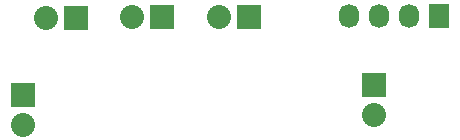
<source format=gbr>
G04 #@! TF.FileFunction,Copper,L2,Bot,Signal*
%FSLAX46Y46*%
G04 Gerber Fmt 4.6, Leading zero omitted, Abs format (unit mm)*
G04 Created by KiCad (PCBNEW (2015-02-26 BZR 5453)-product) date Thu 20 Aug 2015 19:55:42 CEST*
%MOMM*%
G01*
G04 APERTURE LIST*
%ADD10C,0.100000*%
%ADD11R,2.032000X2.032000*%
%ADD12O,2.032000X2.032000*%
%ADD13R,1.727200X2.032000*%
%ADD14O,1.727200X2.032000*%
G04 APERTURE END LIST*
D10*
D11*
X15000000Y13000000D03*
D12*
X12460000Y13000000D03*
D11*
X40200000Y7300000D03*
D12*
X40200000Y4760000D03*
D11*
X29600000Y13100000D03*
D12*
X27060000Y13100000D03*
D11*
X10500000Y6500000D03*
D12*
X10500000Y3960000D03*
D11*
X22300000Y13100000D03*
D12*
X19760000Y13100000D03*
D13*
X45700000Y13200000D03*
D14*
X43160000Y13200000D03*
X40620000Y13200000D03*
X38080000Y13200000D03*
M02*

</source>
